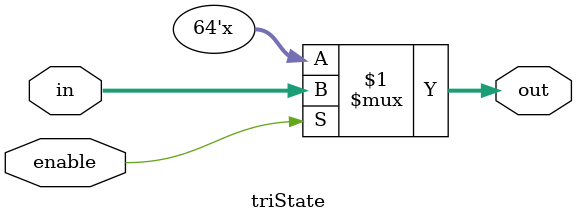
<source format=v>
module triState(out, in, enable);
parameter N = 64;
input [N-1:0] in;
input enable;
output [N-1:0] out;

assign out = enable ? in : {N{1'bz}};

endmodule
</source>
